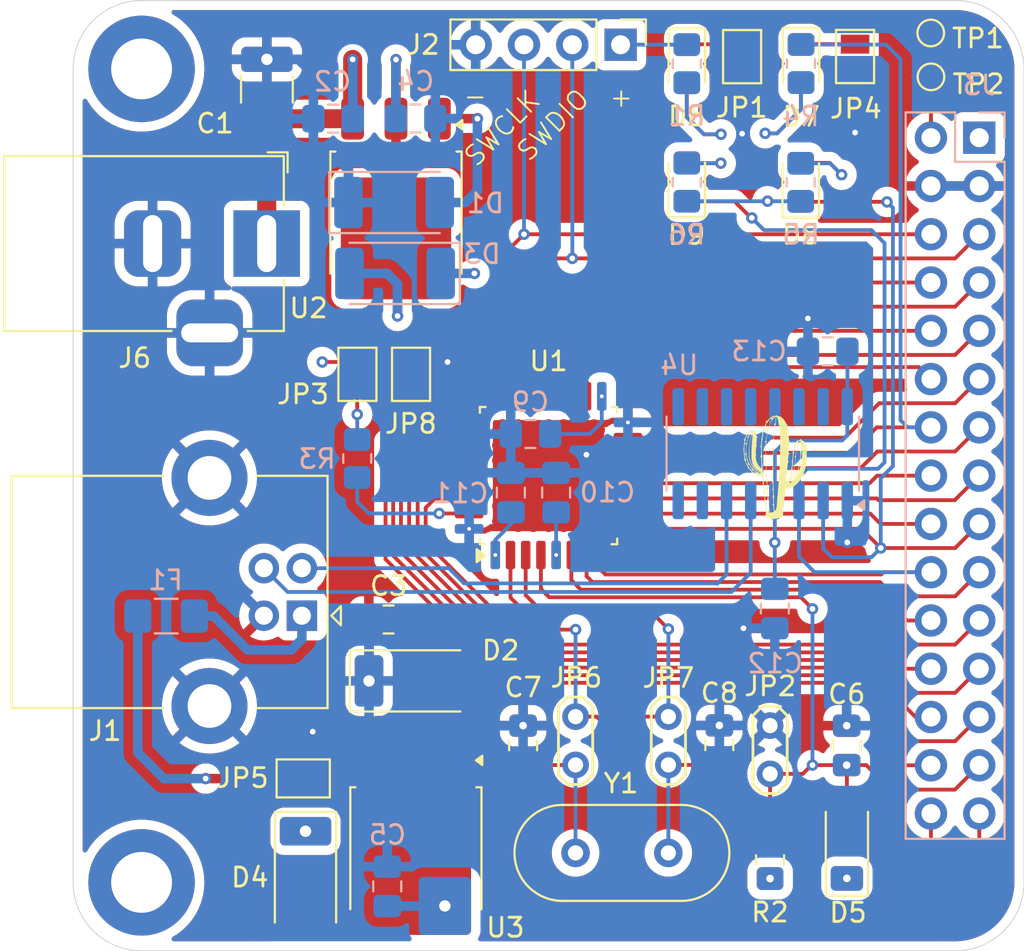
<source format=kicad_pcb>
(kicad_pcb (version 20240108) (generator "pcbnew") (generator_version "8.0")
  (layers (0 "F.Cu" signal) (1 "In1.Cu" power "GND.Cu") (2 "In2.Cu" power "POWER.Cu") (31 "B.Cu" signal) (34 "B.Paste" user) (35 "F.Paste" user) (36 "B.SilkS" user "B.Silkscreen") (37 "F.SilkS" user "F.Silkscreen") (38 "B.Mask" user) (39 "F.Mask" user) (44 "Edge.Cuts" user))
  (net 0 "")
  (net 1 "VDC")
  (net 2 "GND")
  (net 3 "Net-(JP5-B)")
  (net 4 "Net-(D3-A)")
  (net 5 "Net-(D4-A)")
  (net 6 "Net-(JP6-A)")
  (net 7 "Net-(JP7-B)")
  (net 8 "+3V3")
  (net 9 "Net-(D1-A)")
  (net 10 "Net-(D2-A)")
  (net 11 "Net-(D6-K)")
  (net 12 "Net-(D6-A)")
  (net 13 "Net-(D7-K)")
  (net 14 "Net-(D7-A)")
  (net 15 "Net-(D8-A)")
  (net 16 "/PA3")
  (net 17 "Net-(D9-A)")
  (net 18 "/PA2")
  (net 19 "Net-(J1-VBUS)")
  (net 20 "Net-(J1-D+)")
  (net 21 "Net-(J1-D-)")
  (net 22 "/PA14")
  (net 23 "/PA13")
  (net 24 "/PA15")
  (net 25 "/PA9")
  (net 26 "/PA0")
  (net 27 "/PA5")
  (net 28 "/PA8")
  (net 29 "/PA10")
  (net 30 "/PA7")
  (net 31 "/PA11")
  (net 32 "/PA4")
  (net 33 "/PA12")
  (net 34 "/PA6")
  (net 35 "/PA1")
  (net 36 "/PB1")
  (net 37 "/PB6")
  (net 38 "/PB4")
  (net 39 "/PB3")
  (net 40 "/PB7")
  (net 41 "/PB0")
  (net 42 "/PB5")
  (net 43 "BOOT0")
  (net 53 "/RESET")
  (net 54 "/OSC_OUT")
  (net 55 "/OSC_IN")
  (net 56 "Net-(JP3-B)")
  (net 57 "Net-(JP5-A)")
  (footprint "TestPoint:TestPoint_2Pads_Pitch2.54mm_Drill0.8mm" (layer "F.Cu") (at 171.19 114.6025 -90)
    (property "Reference" "JP2")
    (property "Value" "Jumper_2_Open" (hide yes))
  )
  (footprint "Diode_SMD:D_MELF" (layer "F.Cu") (at 146.76 122.56 -90)
    (property "Reference" "D4")
    (property "Value" "SM4001" (hide yes))
  )
  (footprint "Package_QFP:LQFP-32_7x7mm_P0.8mm" (layer "F.Cu") (at 159.54 101.45 90)
    (property "Reference" "U1")
    (property "Value" "STM32F030K6Tx" (hide yes))
  )
  (footprint "Diode_SMD:D_MELF" (layer "F.Cu") (at 152.5 112.25)
    (property "Reference" "D2")
    (property "Value" "SM4001" (hide yes))
  )
  (footprint "TestPoint:TestPoint_Pad_D1.0mm" (layer "F.Cu") (at 179.65 80.47)
    (property "Reference" "TP2")
    (property "Value" "~" (hide yes))
  )
  (footprint "MountingHole:MountingHole_3.2mm_M3_DIN965_Pad" (layer "F.Cu") (at 138.14 80.05)
    (property "Reference" "REF**" (hide yes))
    (property "Value" "MountingHole_3.2mm_M3_DIN965_Pad" (hide yes))
  )
  (footprint "Package_TO_SOT_SMD:TO-252-3_TabPin2" (layer "F.Cu") (at 151.5175 87.71 -90)
    (property "Reference" "U2")
    (property "Value" "LM1117DT-3.3" (hide yes))
  )
  (footprint "LED_SMD:LED_0805_2012Metric_Pad1.15x1.40mm_HandSolder" (layer "F.Cu") (at 166.81 79.7775 -90)
    (property "Reference" "D6")
    (property "Value" "LED" (hide yes))
  )
  (footprint "Crystal:Crystal_HC49-U_Vertical" (layer "F.Cu") (at 165.84 121.3 180)
    (property "Reference" "Y1")
    (property "Value" "8MHz" (hide yes))
  )
  (footprint "Jumper:SolderJumper-2_P1.3mm_Open_Pad1.0x1.5mm" (layer "F.Cu") (at 146.64 117.38)
    (property "Reference" "JP5")
    (property "Value" "SolderJumper_2_Open" (hide yes))
  )
  (footprint "LED_SMD:LED_0805_2012Metric_Pad1.15x1.40mm_HandSolder" (layer "F.Cu") (at 172.8 86.0175 90)
    (property "Reference" "D8")
    (property "Value" "LED" (hide yes))
  )
  (footprint "Symbol:icone 7x7" (layer "F.Cu") (at 171.41 101.09)
    (property "Reference" "G***" (hide yes))
    (property "Value" "LOGO" (hide yes))
  )
  (footprint "Resistor_SMD:R_0805_2012Metric_Pad1.20x1.40mm_HandSolder" (layer "F.Cu") (at 171.19 121.65 90)
    (property "Reference" "R2")
    (property "Value" "10K" (hide yes))
  )
  (footprint "Diode_SMD:D_MiniMELF" (layer "F.Cu") (at 175.23 120.89 90)
    (property "Reference" "D5")
    (property "Value" "LL4148" (hide yes))
  )
  (footprint "Capacitor_SMD:C_0805_2012Metric_Pad1.18x1.45mm_HandSolder" (layer "F.Cu") (at 151.13 109.02 180)
    (property "Reference" "C3")
    (property "Value" "100nF" (hide yes))
  )
  (footprint "TestPoint:TestPoint_2Pads_Pitch2.54mm_Drill0.8mm" (layer "F.Cu") (at 165.8425 114.13 -90)
    (property "Reference" "JP7")
    (property "Value" "Jumper_2_Open" (hide yes))
  )
  (footprint "Capacitor_SMD:C_0805_2012Metric_Pad1.18x1.45mm_HandSolder" (layer "F.Cu") (at 168.5225 115.63 90)
    (property "Reference" "C8")
    (property "Value" "22pF" (hide yes))
  )
  (footprint "Jumper:SolderJumper-2_P1.3mm_Open_Pad1.0x1.5mm" (layer "F.Cu") (at 152.31 96.12 90)
    (property "Reference" "JP8")
    (property "Value" "SolderJumper_2_Open" (hide yes))
  )
  (footprint "Connector_PinHeader_2.54mm:PinHeader_1x04_P2.54mm_Vertical" (layer "F.Cu") (at 163.33 78.78 -90)
    (property "Reference" "J2")
    (property "Value" "Conn_01x04_Pin" (hide yes))
  )
  (footprint "Package_TO_SOT_SMD:TO-252-3_TabPin2" (layer "F.Cu") (at 152.565 121.155 -90)
    (property "Reference" "U3")
    (property "Value" "LM1117DT-3.3" (hide yes))
  )
  (footprint "LED_SMD:LED_0805_2012Metric_Pad1.15x1.40mm_HandSolder" (layer "F.Cu") (at 172.82 79.77 -90)
    (property "Reference" "D7")
    (property "Value" "LED" (hide yes))
  )
  (footprint "MountingHole:MountingHole_3.2mm_M3_DIN965_Pad" (layer "F.Cu") (at 138.140001 122.849999)
    (property "Reference" "REF**" (hide yes))
    (property "Value" "MountingHole_3.2mm_M3_DIN965_Pad" (hide yes))
  )
  (footprint "Jumper:SolderJumper-2_P1.3mm_Open_Pad1.0x1.5mm" (layer "F.Cu") (at 149.49 96.12 -90)
    (property "Reference" "JP3")
    (property "Value" "SolderJumper_2_Open" (hide yes))
  )
  (footprint "Jumper:SolderJumper-2_P1.3mm_Open_Pad1.0x1.5mm" (layer "F.Cu") (at 169.72 79.405 -90)
    (property "Reference" "JP1")
    (property "Value" "SolderJumper_2_Open" (hide yes))
  )
  (footprint "Connector_USB:USB_B_Lumberg_2411_02_Horizontal" (layer "F.Cu") (at 146.57 108.82 180)
    (property "Reference" "J1")
    (property "Value" "USB_B" (hide yes))
  )
  (footprint "TestPoint:TestPoint_2Pads_Pitch2.54mm_Drill0.8mm" (layer "F.Cu") (at 160.9625 116.67 90)
    (property "Reference" "JP6")
    (property "Value" "Jumper_2_Open" (hide yes))
  )
  (footprint "Jumper:SolderJumper-2_P1.3mm_Open_Pad1.0x1.5mm" (layer "F.Cu") (at 175.66 79.3975 -90)
    (property "Reference" "JP4")
    (property "Value" "SolderJumper_2_Open" (hide yes))
  )
  (footprint "Capacitor_SMD:C_0805_2012Metric_Pad1.18x1.45mm_HandSolder" (layer "F.Cu") (at 158.2025 115.64 90)
    (property "Reference" "C7")
    (property "Value" "22pF" (hide yes))
  )
  (footprint "TestPoint:TestPoint_Pad_D1.0mm" (layer "F.Cu") (at 179.64 78.16)
    (property "Reference" "TP1")
    (property "Value" "~" (hide yes))
  )
  (footprint "Capacitor_SMD:C_0805_2012Metric_Pad1.18x1.45mm_HandSolder" (layer "F.Cu") (at 175.22 115.6425 90)
    (property "Reference" "C6")
    (property "Value" "1uF" (hide yes))
  )
  (footprint "Connector_BarrelJack:BarrelJack_Horizontal" (layer "F.Cu") (at 144.72 89.24)
    (property "Reference" "J6")
    (property "Value" "Barrel_Jack_Switch" (hide yes))
  )
  (footprint "LED_SMD:LED_0805_2012Metric_Pad1.15x1.40mm_HandSolder" (layer "F.Cu") (at 166.81 85.99 90)
    (property "Reference" "D9")
    (property "Value" "LED" (hide yes))
  )
  (footprint "Capacitor_SMD:C_1210_3225Metric_Pad1.33x2.70mm_HandSolder" (layer "F.Cu") (at 144.73 81.11 90)
    (property "Reference" "C1")
    (property "Value" "10uF" (hide yes))
  )
  (footprint "Resistor_SMD:R_0805_2012Metric_Pad1.20x1.40mm_HandSolder" (layer "B.Cu") (at 166.81 86.0125 90)
    (property "Reference" "R6")
    (property "Value" "1K" (hide yes))
  )
  (footprint "Resistor_SMD:R_0805_2012Metric_Pad1.20x1.40mm_HandSolder" (layer "B.Cu") (at 172.82 79.7675 -90)
    (property "Reference" "R4")
    (property "Value" "1K" (hide yes))
  )
  (footprint "Capacitor_SMD:C_0805_2012Metric_Pad1.18x1.45mm_HandSolder" (layer "B.Cu") (at 171.44 108.44 -90)
    (property "Reference" "C12")
    (property "Value" "100nF" (hide yes))
  )
  (footprint "Capacitor_SMD:C_0805_2012Metric_Pad1.18x1.45mm_HandSolder" (layer "B.Cu") (at 152.55 82.66)
    (property "Reference" "C4")
    (property "Value" "100nF" (hide yes))
  )
  (footprint "Diode_SMD:D_MELF" (layer "B.Cu") (at 151.42 87.08)
    (property "Reference" "D1")
    (property "Value" "SM4001" (hide yes))
  )
  (footprint "Capacitor_SMD:C_0805_2012Metric_Pad1.18x1.45mm_HandSolder" (layer "B.Cu") (at 157.56 102.34 90)
    (property "Reference" "C11")
    (property "Value" "100nF" (hide yes))
  )
  (footprint "Capacitor_SMD:C_0805_2012Metric_Pad1.18x1.45mm_HandSolder" (layer "B.Cu") (at 151.06 123.06 90)
    (property "Reference" "C5")
    (property "Value" "100nF" (hide yes))
  )
  (footprint "Diode_SMD:D_MELF" (layer "B.Cu") (at 151.47 90.81 180)
    (property "Reference" "D3")
    (property "Value" "SM4001" (hide yes))
  )
  (footprint "Capacitor_SMD:C_0805_2012Metric_Pad1.18x1.45mm_HandSolder" (layer "B.Cu") (at 174.22 94.91 180)
    (property "Reference" "C13")
    (property "Value" "100nF" (hide yes))
  )
  (footprint "Capacitor_SMD:C_0805_2012Metric_Pad1.18x1.45mm_HandSolder" (layer "B.Cu") (at 148.21 82.67 180)
    (property "Reference" "C2")
    (property "Value" "100nF" (hide yes))
  )
  (footprint "Resistor_SMD:R_0805_2012Metric_Pad1.20x1.40mm_HandSolder" (layer "B.Cu") (at 149.48 100.55 -90)
    (property "Reference" "R3")
    (property "Value" "10K" (hide yes))
  )
  (footprint "Capacitor_SMD:C_0805_2012Metric_Pad1.18x1.45mm_HandSolder" (layer "B.Cu") (at 159.94 102.34 90)
    (property "Reference" "C10")
    (property "Value" "100nF" (hide yes))
  )
  (footprint "Fuse:Fuse_1206_3216Metric_Pad1.42x1.75mm_HandSolder" (layer "B.Cu") (at 139.43 108.84 180)
    (property "Reference" "F1")
    (property "Value" "004.026.0000039" (hide yes))
  )
  (footprint "Resistor_SMD:R_0805_2012Metric_Pad1.20x1.40mm_HandSolder" (layer "B.Cu") (at 166.81 79.775 -90)
    (property "Reference" "R1")
    (property "Value" "1K" (hide yes))
  )
  (footprint "Connector_PinHeader_2.54mm:PinHeader_2x15_P2.54mm_Vertical" (layer "B.Cu") (at 182.19 83.67 180)
    (property "Reference" "J3")
    (property "Value" "Conn_02x15_Odd_Even" (hide yes))
  )
  (footprint "Package_SO:SOIC-16_3.9x9.9mm_P1.27mm" (layer "B.Cu") (at 170.805 100.295 90)
    (property "Reference" "U4")
    (property "Value" "CH340C" (hide yes))
  )
  (footprint "Capacitor_SMD:C_0805_2012Metric_Pad1.18x1.45mm_HandSolder" (layer "B.Cu") (at 158.59 99.26 180)
    (property "Reference" "C9")
    (property "Value" "100nF" (hide yes))
  )
  (footprint "Resistor_SMD:R_0805_2012Metric_Pad1.20x1.40mm_HandSolder" (layer "B.Cu") (at 172.8 86.0175 90)
    (property "Reference" "R5")
    (property "Value" "1K" (hide yes))
  )
  (gr_line (start 184.54 122.85) (end 184.54 80.05) (stroke (width 0.05)) (layer "Edge.Cuts"))
  (gr_arc (start 138.14 126.45) (mid 135.594416 125.395584) (end 134.54 122.85) (stroke (width 0.05)) (layer "Edge.Cuts"))
  (gr_arc (start 184.54 122.85) (mid 183.485584 125.395584) (end 180.94 126.45) (stroke (width 0.05)) (layer "Edge.Cuts"))
  (gr_line (start 134.54 80.05) (end 134.54 122.85) (stroke (width 0.05)) (layer "Edge.Cuts"))
  (gr_line (start 138.14 76.45) (end 180.94 76.45) (stroke (width 0.05)) (layer "Edge.Cuts"))
  (gr_arc (start 134.54 80.05) (mid 135.594416 77.504416) (end 138.14 76.45) (stroke (width 0.05)) (layer "Edge.Cuts"))
  (gr_arc (start 180.94 76.45) (mid 183.485584 77.504416) (end 184.54 80.05) (stroke (width 0.05)) (layer "Edge.Cuts"))
  (gr_line (start 138.14 126.45) (end 180.94 126.45) (stroke (width 0.05)) (layer "Edge.Cuts"))
  (gr_text "+" (at 162.68 82.12 0) (layer "F.SilkS") (effects (font (size 1 1) (thickness 0.1)) (justify left bottom)))
  (gr_text "SWDIO" (at 158.51 85.09 45) (layer "F.SilkS") (effects (font (size 1 1) (thickness 0.1)) (justify left bottom)))
  (gr_text "-" (at 155 82.06 0) (layer "F.SilkS") (effects (font (size 1 1) (thickness 0.1)) (justify left bottom)))
  (gr_text "SWCLK" (at 155.74 85.37 45) (layer "F.SilkS") (effects (font (size 1 1) (thickness 0.1)) (justify left bottom)))
  (segment (start 149.2375 82.67) (end 149.23 82.6625) (width 0.5) (layer "F.Cu") (net 1))
  (segment (start 149.24 82.6675) (end 149.2375 82.67) (width 0.5) (layer "F.Cu") (net 1))
  (segment (start 144.72 89.24) (end 144.72 82.6825) (width 1) (layer "F.Cu") (net 1))
  (segment (start 149.24 79.55) (end 149.24 82.6675) (width 1) (layer "F.Cu") (net 1))
  (segment (start 149.235 82.6725) (end 149.2375 82.67) (width 0.5) (layer "F.Cu") (net 1))
  (segment (start 144.73 82.6725) (end 149.235 82.6725) (width 1) (layer "F.Cu") (net 1))
  (segment (start 144.72 82.6825) (end 144.73 82.6725) (width 0.5) (layer "F.Cu") (net 1))
  (via (at 149.24 79.55) (size 0.6) (drill 0.3) (layers "F.Cu" "B.Cu") (net 1))
  (segment (start 149.2475 82.67) (end 149.2475 79.5575) (width 0.5) (layer "B.Cu") (net 1))
  (segment (start 149.2475 79.5575) (end 149.24 79.55) (width 0.5) (layer "B.Cu") (net 1))
  (segment (start 182.59 78.16) (end 183.84 79.41) (width 0.2) (layer "F.Cu") (net 2))
  (segment (start 169.72 80.055) (end 169.72 83.46) (width 0.2) (layer "F.Cu") (net 2))
  (segment (start 150.1 109.0275) (end 150.0925 109.02) (width 0.5) (layer "F.Cu") (net 2))
  (segment (start 175.66 80.0475) (end 175.66 83.4) (width 0.2) (layer "F.Cu") (net 2))
  (segment (start 152.31 95.47) (end 154.23 95.47) (width 0.2) (layer "F.Cu") (net 2))
  (segment (start 183.84 85.81) (end 183.44 86.21) (width 0.2) (layer "F.Cu") (net 2))
  (segment (start 183.44 86.21) (end 182.19 86.21) (width 0.2) (layer "F.Cu") (net 2))
  (segment (start 179.64 78.16) (end 182.59 78.16) (width 0.2) (layer "F.Cu") (net 2))
  (segment (start 150.1 112.25) (end 150.1 109.0275) (width 0.5) (layer "F.Cu") (net 2))
  (segment (start 183.84 79.41) (end 183.84 85.81) (width 0.2) (layer "F.Cu") (net 2))
  (segment (start 150.0825 112.5775) (end 150.07 112.59) (width 0.5) (layer "F.Cu") (net 2))
  (via (at 169.79 109.48) (size 0.6) (drill 0.3) (layers "F.Cu" "B.Cu") (net 2))
  (via (at 147.14 114.92) (size 0.6) (drill 0.3) (layers "F.Cu" "B.Cu") (net 2))
  (via (at 175.25 104.96) (size 0.6) (drill 0.3) (layers "F.Cu" "B.Cu") (net 2))
  (via (at 175.66 83.4) (size 0.6) (drill 0.3) (layers "F.Cu" "B.Cu") (net 2))
  (via (at 173.18 93.18) (size 0.6) (drill 0.3) (layers "F.Cu" "B.Cu") (net 2))
  (via (at 154.23 95.47) (size 0.6) (drill 0.3) (layers "F.Cu" "B.Cu") (net 2))
  (via (at 161.53 100.35) (size 0.6) (drill 0.3) (layers "F.Cu" "B.Cu") (net 2))
  (via (at 169.72 83.46) (size 0.6) (drill 0.3) (layers "F.Cu" "B.Cu") (net 2))
  (segment (start 149.02 85.38) (end 148.46 84.82) (width 0.5) (layer "B.Cu") (net 2))
  (segment (start 147.1725 80.3675) (end 147.19 80.35) (width 0.5) (layer "B.Cu") (net 2))
  (segment (start 146.3875 79.5475) (end 144.73 79.5475) (width 0.5) (layer "B.Cu") (net 2))
  (segment (start 147.1725 82.67) (end 147.1725 80.3675) (width 0.5) (layer "B.Cu") (net 2))
  (segment (start 151.06 118.84) (end 147.14 114.92) (width 0.5) (layer "B.Cu") (net 2))
  (segment (start 147.22 84.47) (end 147.2 84.47) (width 0.5) (layer "B.Cu") (net 2))
  (segment (start 161.1375 101.3025) (end 161.35 101.09) (width 0.2) (layer "B.Cu") (net 2))
  (segment (start 147.19 80.35) (end 146.3875 79.5475) (width 0.5) (layer "B.Cu") (net 2))
  (segment (start 157.5525 101.295) (end 157.56 101.3025) (width 0.2) (layer "B.Cu") (net 2))
  (segment (start 153.5875 79.4325) (end 154.24 78.78) (width 0.5) (layer "B.Cu") (net 2))
  (segment (start 161.53 100.91) (end 161.53 100.35) (width 0.2) (layer "B.Cu") (net 2))
  (segment (start 159.94 101.3025) (end 161.1375 101.3025) (width 0.2) (layer "B.Cu") (net 2))
  (segment (start 147.1725 84.4425) (end 147.1725 82.67) (width 0.5) (layer "B.Cu") (net 2))
  (segment (start 148.46 84.82) (end 147.57 84.82) (width 0.5) (layer "B.Cu") (net 2))
  (segment (start 157.56 101.3025) (end 159.94 101.3025) (width 0.2) (layer "B.Cu") (net 2))
  (segment (start 173.1825 93.1825) (end 173.18 93.18) (width 0.2) (layer "B.Cu") (net 2))
  (segment (start 175.25 102.77) (end 175.25 104.96) (width 0.2) (layer "B.Cu") (net 2))
  (segment (start 175.25 114.575) (end 175.22 114.605) (width 0.2) (layer "B.Cu") (net 2))
  (segment (start 147.2 84.47) (end 147.1725 84.4425) (width 0.5) (layer "B.Cu") (net 2))
  (segment (start 161.35 101.09) (end 161.53 100.91) (width 0.2) (layer "B.Cu") (net 2))
  (segment (start 154.24 78.78) (end 155.71 78.78) (width 0.5) (layer "B.Cu") (net 2))
  (segment (start 169.7925 109.4775) (end 169.79 109.48) (width 0.2) (layer "B.Cu") (net 2))
  (segment (start 171.44 109.4775) (end 169.7925 109.4775) (width 0.2) (layer "B.Cu") (net 2))
  (segment (start 157.5525 99.26) (end 157.5525 101.295) (width 0.2) (layer "B.Cu") (net 2))
  (segment (start 147.57 84.82) (end 147.22 84.47) (width 0.5) (layer "B.Cu") (net 2))
  (segment (start 173.1825 94.91) (end 173.1825 93.1825) (width 0.2) (layer "B.Cu") (net 2))
  (segment (start 149.02 87.08) (end 149.02 85.38) (width 0.5) (layer "B.Cu") (net 2))
  (segment (start 153.5875 82.66) (end 153.5875 79.4325) (width 0.5) (layer "B.Cu") (net 2))
  (segment (start 151.06 122.0225) (end 151.06 118.84) (width 0.5) (layer "B.Cu") (net 2))
  (segment (start 150.29 116.11) (end 150.29 114.59) (width 0.5) (layer "F.Cu") (net 3))
  (segment (start 150.285 116.115) (end 150.29 116.11) (width 0.5) (layer "F.Cu") (net 3))
  (segment (start 149.505 116.115) (end 150.285 116.115) (width 0.5) (layer "F.Cu") (net 3))
  (segment (start 147.29 117.38) (end 148.24 117.38) (width 0.5) (layer "F.Cu") (net 3))
  (segment (start 152.1575 113.9325) (end 152.1575 109.29) (width 0.5) (layer "F.Cu") (net 3))
  (segment (start 148.24 117.38) (end 149.505 116.115) (width 0.5) (layer "F.Cu") (net 3))
  (segment (start 150.29 114.59) (end 150.54 114.34) (width 0.5) (layer "F.Cu") (net 3))
  (segment (start 150.54 114.34) (end 151.75 114.34) (width 0.5) (layer "F.Cu") (net 3))
  (segment (start 151.75 114.34) (end 152.1575 113.9325) (width 0.5) (layer "F.Cu") (net 3))
  (segment (start 151.6 93.05) (end 151.6 89.0525) (width 0.5) (layer "F.Cu") (net 4))
  (segment (start 151.5175 82.67) (end 151.5175 88.97) (width 0.5) (layer "F.Cu") (net 4))
  (segment (start 151.52 82.6675) (end 151.5175 82.67) (width 0.5) (layer "F.Cu") (net 4))
  (segment (start 151.6 89.0525) (end 151.5175 88.97) (width 0.5) (layer "F.Cu") (net 4))
  (segment (start 151.53 82.6575) (end 151.5175 82.67) (width 0.5) (layer "F.Cu") (net 4))
  (segment (start 151.52 79.56) (end 151.52 82.6675) (width 0.5) (layer "F.Cu") (net 4))
  (segment (start 151.5175 82.67) (end 151.51 82.6625) (width 0.5) (layer "F.Cu") (net 4))
  (via (at 151.6 93.05) (size 0.6) (drill 0.3) (layers "F.Cu" "B.Cu") (net 4))
  (via (at 151.52 79.56) (size 0.6) (drill 0.3) (layers "F.Cu" "B.Cu") (net 4))
  (segment (start 149.07 90.81) (end 151.05 90.81) (width 0.5) (layer "B.Cu") (net 4))
  (segment (start 151.5125 79.5675) (end 151.52 79.56) (width 0.5) (layer "B.Cu") (net 4))
  (segment (start 151.6 91.36) (end 151.6 93.05) (width 0.5) (layer "B.Cu") (net 4))
  (segment (start 151.05 90.81) (end 151.51 91.27) (width 0.5) (layer "B.Cu") (net 4))
  (segment (start 151.5125 82.66) (end 151.5125 79.5675) (width 0.5) (layer "B.Cu") (net 4))
  (segment (start 151.51 91.27) (end 151.6 91.36) (width 0.5) (layer "B.Cu") (net 4))
  (segment (start 152.565 116.115) (end 152.565 122.415) (width 0.5) (layer "F.Cu") (net 5))
  (segment (start 146.76 124.96) (end 150.17 124.96) (width 0.5) (layer "F.Cu") (net 5))
  (segment (start 150.17 124.96) (end 151.04 124.09) (width 0.5) (layer "F.Cu") (net 5))
  (segment (start 151.06 124.0975) (end 154.0825 124.0975) (width 0.5) (layer "B.Cu") (net 5))
  (segment (start 154.0825 124.0975) (end 154.09 124.09) (width 0.5) (layer "B.Cu") (net 5))
  (segment (start 160.955 116.6775) (end 160.9625 116.67) (width 0.2) (layer "F.Cu") (net 6))
  (segment (start 160.9625 116.67) (end 160.96 116.6725) (width 0.2) (layer "F.Cu") (net 6))
  (segment (start 158.2025 116.6775) (end 160.955 116.6775) (width 0.2) (layer "F.Cu") (net 6))
  (segment (start 160.9625 116.67) (end 160.9625 121.2975) (width 0.2) (layer "B.Cu") (net 6))
  (segment (start 160.9625 121.2975) (end 160.96 121.3) (width 0.2) (layer "B.Cu") (net 6))
  (segment (start 168.52 116.67) (end 168.5225 116.6675) (width 0.2) (layer "F.Cu") (net 7))
  (segment (start 165.8425 116.67) (end 168.52 116.67) (width 0.2) (layer "F.Cu") (net 7))
  (segment (start 165.8425 121.2975) (end 165.84 121.3) (width 0.2) (layer "F.Cu") (net 7))
  (segment (start 165.84 116.6725) (end 165.84 121.3) (width 0.2) (layer "B.Cu") (net 7))
  (segment (start 165.8425 116.67) (end 165.84 116.6725) (width 0.2) (layer "B.Cu") (net 7))
  (segment (start 149.49 95.47) (end 147.64 95.47) (width 0.2) (layer "F.Cu") (net 8))
  (segment (start 179.65 83.67) (end 179.65 80.47) (width 0.2) (layer "F.Cu") (net 8))
  (via (at 171.44 104.97) (size 0.6) (drill 0.3) (layers "F.Cu" "B.Cu") (net 8))
  (via (at 155.64 90.81) (size 0.6) (drill 0.3) (layers "F.Cu" "B.Cu") (net 8))
  (via (at 147.64 95.47) (size 0.6) (drill 0.3) (layers "F.Cu" "B.Cu") (net 8))
  (via (at 171.06 87.01) (size 0.6) (drill 0.3) (layers "F.Cu" "B.Cu") (net 8))
  (segment (start 153.87 90.81) (end 155.64 90.81) (width 0.5) (layer "B.Cu") (net 8))
  (segment (start 171.06 87.01) (end 171.0625 87.0125) (width 0.2) (layer "B.Cu") (net 8))
  (segment (start 171.0575 87.0125) (end 171.06 87.01) (width 0.2) (layer "B.Cu") (net 8))
  (segment (start 175.2575 94.91) (end 175.2575 97.8125) (width 0.2) (layer "B.Cu") (net 8))
  (segment (start 171.44 102.77) (end 171.44 104.97) (width 0.2) (layer "B.Cu") (net 8))
  (segment (start 162.34 98.63) (end 162.34 97.275) (width 0.2) (layer "B.Cu") (net 8))
  (segment (start 172.05 99.6) (end 174.98 99.6) (width 0.2) (layer "B.Cu") (net 8))
  (segment (start 166.81 78.775) (end 163.335 78.775) (width 0.2) (layer "B.Cu") (net 8))
  (segment (start 161.71 99.26) (end 162.34 98.63) (width 0.2) (layer "B.Cu") (net 8))
  (segment (start 159.94 103.3775) (end 159.94 105.625) (width 0.2) (layer "B.Cu") (net 8))
  (segment (start 157.56 103.3775) (end 157.56 104.01) (width 0.2) (layer "B.Cu") (net 8))
  (segment (start 171.44 107.4025) (end 171.44 104.97) (width 0.2) (layer "B.Cu") (net 8))
  (segment (start 175.25 99.33) (end 175.25 97.82) (width 0.2) (layer "B.Cu") (net 8))
  (segment (start 171.44 100.21) (end 172.05 99.6) (width 0.2) (layer "B.Cu") (net 8))
  (segment (start 174.98 99.6) (end 175.25 99.33) (width 0.2) (layer "B.Cu") (net 8))
  (segment (start 157.56 104.01) (end 156.74 104.83) (width 0.2) (layer "B.Cu") (net 8))
  (segment (start 163.335 78.775) (end 163.33 78.78) (width 0.2) (layer "B.Cu") (net 8))
  (segment (start 166.81 87.0125) (end 171.0575 87.0125) (width 0.2) (layer "B.Cu") (net 8))
  (segment (start 156.74 104.83) (end 156.74 105.625) (width 0.2) (layer "B.Cu") (net 8))
  (segment (start 171.44 102.77) (end 171.44 100.21) (width 0.2) (layer "B.Cu") (net 8))
  (segment (start 172.795 87.0125) (end 172.8 87.0175) (width 0.2) (layer "B.Cu") (net 8))
  (segment (start 175.2575 97.8125) (end 175.25 97.82) (width 0.2) (layer "B.Cu") (net 8))
  (segment (start 171.0625 87.0125) (end 172.795 87.0125) (width 0.2) (layer "B.Cu") (net 8))
  (segment (start 159.6275 99.26) (end 161.71 99.26) (width 0.2) (layer "B.Cu") (net 8))
  (segment (start 155.8 82.67) (end 153.7975 82.67) (width 0.5) (layer "F.Cu") (net 9))
  (via (at 155.8 82.67) (size 0.6) (drill 0.3) (layers "F.Cu" "B.Cu") (net 9))
  (segment (start 155.18 87.08) (end 155.8 86.46) (width 0.5) (layer "B.Cu") (net 9))
  (segment (start 155.8 86.46) (end 155.8 82.67) (width 0.5) (layer "B.Cu") (net 9))
  (segment (start 153.82 87.08) (end 155.18 87.08) (width 0.5) (layer "B.Cu") (net 9))
  (segment (start 154.845 112.615) (end 154.87 112.59) (width 0.5) (layer "F.Cu") (net 10))
  (segment (start 154.845 116.115) (end 154.845 112.465) (width 0.5) (layer "F.Cu") (net 10))
  (segment (start 154.845 112.465) (end 154.88 112.43) (width 0.5) (layer "F.Cu") (net 10))
  (segment (start 166.81 78.7525) (end 169.7175 78.7525) (width 0.2) (layer "F.Cu") (net 11))
  (segment (start 169.7175 78.7525) (end 169.72 78.755) (width 0.2) (layer "F.Cu") (net 11))
  (segment (start 167.71 83.49) (end 166.81 82.59) (width 0.2) (layer "F.Cu") (net 12))
  (segment (start 166.81 82.59) (end 166.81 80.8025) (width 0.2) (layer "F.Cu") (net 12))
  (segment (start 168.61 83.49) (end 167.71 83.49) (width 0.2) (layer "F.Cu") (net 12))
  (via (at 168.61 83.49) (size 0.6) (drill 0.3) (layers "F.Cu" "B.Cu") (net 12))
  (segment (start 166.81 80.775) (end 166.81 82.59) (width 0.2) (layer "B.Cu") (net 12))
  (segment (start 167.27 83.05) (end 167.71 83.49) (width 0.2) (layer "B.Cu") (net 12))
  (segment (start 166.81 82.59) (end 167.27 83.05) (width 0.2) (layer "B.Cu") (net 12))
  (segment (start 167.71 83.49) (end 168.61 83.49) (width 0.2) (layer "B.Cu") (net 12))
  (segment (start 175.6575 78.745) (end 175.66 78.7475) (width 0.2) (layer "F.Cu") (net 13))
  (segment (start 172.82 78.745) (end 175.6575 78.745) (width 0.2) (layer "F.Cu") (net 13))
  (segment (start 172.81 80.805) (end 172.82 80.795) (width 0.2) (layer "F.Cu") (net 14))
  (segment (start 172.81 82.19) (end 172.81 80.805) (width 0.2) (layer "F.Cu") (net 14))
  (segment (start 171.56 83.44) (end 172.81 82.19) (width 0.2) (layer "F.Cu") (net 14))
  (segment (start 170.93 83.44) (end 171.56 83.44) (width 0.2) (layer "F.Cu") (net 14))
  (via (at 170.93 83.44) (size 0.6) (drill 0.3) (layers "F.Cu" "B.Cu") (net 14))
  (segment (start 171.56 83.44) (end 170.93 83.44) (width 0.2) (layer "B.Cu") (net 14))
  (segment (start 172.82 80.7675) (end 172.82 82.18) (width 0.2) (layer "B.Cu") (net 14))
  (segment (start 172.8 82.2) (end 171.56 83.44) (width 0.2) (layer "B.Cu") (net 14))
  (segment (start 172.82 82.18) (end 172.8 82.2) (width 0.2) (layer "B.Cu") (net 14))
  (segment (start 174.95 85.62) (end 174.3225 84.9925) (width 0.2) (layer "F.Cu") (net 15))
  (segment (start 174.3225 84.9925) (end 172.8 84.9925) (width 0.2) (layer "F.Cu") (net 15))
  (via (at 174.95 85.62) (size 0.6) (drill 0.3) (layers "F.Cu" "B.Cu") (net 15))
  (segment (start 172.8 85.0175) (end 174.3475 85.0175) (width 0.2) (layer "B.Cu") (net 15))
  (segment (start 174.3475 85.0175) (end 174.95 85.62) (width 0.2) (layer "B.Cu") (net 15))
  (segment (start 172.8 87.0425) (end 177.3325 87.0425) (width 0.2) (layer "F.Cu") (net 16))
  (segment (start 177.3325 87.0425) (end 177.34 87.05) (width 0.2) (layer "F.Cu") (net 16))
  (segment (start 163.715 104.25) (end 176 104.25) (width 0.2) (layer "F.Cu") (net 16))
  (segment (start 180.92 105.26) (end 182.19 103.99) (width 0.2) (layer "F.Cu") (net 16))
  (segment (start 177.01 105.26) (end 180.92 105.26) (width 0.2) (layer "F.Cu") (net 16))
  (segment (start 176 104.25) (end 177.01 105.26) (width 0.2) (layer "F.Cu") (net 16))
  (via (at 177.34 87.05) (size 0.6) (drill 0.3) (layers "F.Cu" "B.Cu") (net 16))
  (via (at 177.01 105.26) (size 0.6) (drill 0.3) (layers "F.Cu" "B.Cu") (net 16))
  (segment (start 176.53 105.74) (end 177.01 105.26) (width 0.2) (layer "B.Cu") (net 16))
  (segment (start 177.65 100.95) (end 177.65 97.26) (width 0.2) (layer "B.Cu") (net 16))
  (segment (start 173.98 105.28) (end 174.44 105.74) (width 0.2) (layer "B.Cu") (net 16))
  (segment (start 177.65 87.36) (end 177.34 87.05) (width 0.2) (layer "B.Cu") (net 16))
  (segment (start 174.44 105.74) (end 176.53 105.74) (width 0.2) (layer "B.Cu") (net 16))
  (segment (start 177.16 101.44) (end 177.65 100.95) (width 0.2) (layer "B.Cu") (net 16))
  (segment (start 173.98 102.77) (end 173.98 105.28) (width 0.2) (layer "B.Cu") (net 16))
  (segment (start 177.65 97.26) (end 177.65 87.36) (width 0.2) (layer "B.Cu") (net 16))
  (segment (start 177.01 101.59) (end 177.16 101.44) (width 0.2) (layer "B.Cu") (net 16))
  (segment (start 177.01 105.26) (end 177.01 101.59) (width 0.2) (layer "B.Cu") (net 16))
  (segment (start 166.855 85.01) (end 166.81 84.965) (width 0.2) (layer "F.Cu") (net 17))
  (segment (start 168.6 85.01) (end 166.855 85.01) (width 0.2) (layer "F.Cu") (net 17))
  (via (at 168.6 85.01) (size 0.6) (drill 0.3) (layers "F.Cu" "B.Cu") (net 17))
  (segment (start 168.5975 85.0125) (end 168.6 85.01) (width 0.2) (layer "B.Cu") (net 17))
  (segment (start 166.81 85.0125) (end 168.5975 85.0125) (width 0.2) (layer "B.Cu") (net 17))
  (segment (start 162.34 106.46) (end 162.53 106.65) (width 0.2) (layer "F.Cu") (net 18))
  (segment (start 177.03 106.65) (end 177.15 106.53) (width 0.2) (layer "F.Cu") (net 18))
  (segment (start 170.19 87.89) (end 169.315 87.015) (width 0.2) (layer "F.Cu") (net 18))
  (segment (start 162.53 106.65) (end 177.03 106.65) (width 0.2) (layer "F.Cu") (net 18))
  (segment (start 169.315 87.015) (end 166.81 87.015) (width 0.2) (layer "F.Cu") (net 18))
  (segment (start 170.23 87.89) (end 170.19 87.89) (width 0.2) (layer "F.Cu") (net 18))
  (segment (start 162.34 105.625) (end 162.34 106.46) (width 0.2) (layer "F.Cu") (net 18))
  (segment (start 177.15 106.53) (end 179.65 106.53) (width 0.2) (layer "F.Cu") (net 18))
  (via (at 170.23 87.89) (size 0.6) (drill 0.3) (layers "F.Cu" "B.Cu") (net 18))
  (segment (start 177.21 100.75) (end 177.21 89.22) (width 0.2) (layer "B.Cu") (net 18))
  (segment (start 173.14 101.09) (end 175.73 101.09) (width 0.2) (layer "B.Cu") (net 18))
  (segment (start 176.87 101.09) (end 177.21 100.75) (width 0.2) (layer "B.Cu") (net 18))
  (segment (start 171.15 88.53) (end 170.87 88.53) (width 0.2) (layer "B.Cu") (net 18))
  (segment (start 177.21 89.22) (end 177.05 89.06) (width 0.2) (layer "B.Cu") (net 18))
  (segment (start 173.53 106.53) (end 172.71 105.71) (width 0.2) (layer "B.Cu") (net 18))
  (segment (start 170.87 88.53) (end 170.23 87.89) (width 0.2) (layer "B.Cu") (net 18))
  (segment (start 175.73 101.09) (end 176.87 101.09) (width 0.2) (layer "B.Cu") (net 18))
  (segment (start 172.71 101.52) (end 172.98 101.25) (width 0.2) (layer "B.Cu") (net 18))
  (segment (start 172.71 102.77) (end 172.71 101.52) (width 0.2) (layer "B.Cu") (net 18))
  (segment (start 176.52 88.53) (end 171.15 88.53) (width 0.2) (layer "B.Cu") (net 18))
  (segment (start 179.65 106.53) (end 173.53 106.53) (width 0.2) (layer "B.Cu") (net 18))
  (segment (start 172.98 101.25) (end 173.14 101.09) (width 0.2) (layer "B.Cu") (net 18))
  (segment (start 177.05 89.06) (end 176.52 88.53) (width 0.2) (layer "B.Cu") (net 18))
  (segment (start 172.71 105.71) (end 172.71 102.77) (width 0.2) (layer "B.Cu") (net 18))
  (segment (start 140.9175 108.84) (end 141.93 108.84) (width 0.5) (layer "B.Cu") (net 19))
  (segment (start 146.01 110.62) (end 146.57 110.06) (width 0.5) (layer "B.Cu") (net 19))
  (segment (start 146.54 108.85) (end 146.57 108.82) (width 0.5) (layer "B.Cu") (net 19))
  (segment (start 146.57 110.06) (end 146.57 108.82) (width 0.5) (layer "B.Cu") (net 19))
  (segment (start 143.71 110.62) (end 146.01 110.62) (width 0.5) (layer "B.Cu") (net 19))
  (segment (start 141.93 108.84) (end 143.71 110.62) (width 0.5) (layer "B.Cu") (net 19))
  (segment (start 145.82 107.57) (end 169.16 107.57) (width 0.2) (layer "B.Cu") (net 20))
  (segment (start 169.16 107.57) (end 170.17 106.56) (width 0.2) (layer "B.Cu") (net 20))
  (segment (start 170.17 106.56) (end 170.17 102.77) (width 0.2) (layer "B.Cu") (net 20))
  (segment (start 144.57 106.32) (end 145.82 107.57) (width 0.2) (layer "B.Cu") (net 20))
  (segment (start 154.3 106.32) (end 155.1 107.12) (width 0.2) (layer "B.Cu") (net 21))
  (segment (start 155.1 107.12) (end 168.39 107.12) (width 0.2) (layer "B.Cu") (net 21))
  (segment (start 168.39 107.12) (end 168.41 107.14) (width 0.2) (layer "B.Cu") (net 21))
  (segment (start 168.9 106.65) (end 168.9 102.77) (width 0.2) (layer "B.Cu") (net 21))
  (segment (start 168.41 107.14) (end 168.9 106.65) (width 0.2) (layer "B.Cu") (net 21))
  (segment (start 146.57 106.32) (end 154.3 106.32) (width 0.2) (layer "B.Cu") (net 21))
  (segment (start 158.25 88.75) (end 179.65 88.75) (width 0.2) (layer "F.Cu") (net 22))
  (segment (start 156.74 97.275) (end 156.74 90.26) (width 0.2) (layer "F.Cu") (net 22))
  (segment (start 156.74 90.26) (end 158.25 88.75) (width 0.2) (layer "F.Cu") (net 22))
  (via (at 158.25 88.75) (size 0.6) (drill 0.3) (layers "F.Cu" "B.Cu") (net 22))
  (segment (start 158.25 78.78) (end 158.25 88.75) (width 0.2) (layer "B.Cu") (net 22))
  (segment (start 157.54 91.21) (end 157.54 97.275) (width 0.2) (layer "F.Cu") (net 23))
  (segment (start 160.79 90.02) (end 158.73 90.02) (width 0.2) (layer "F.Cu") (net 23))
  (segment (start 182.19 88.75) (end 180.92 90.02) (width 0.2) (layer "F.Cu") (net 23))
  (segment (start 158.73 90.02) (end 157.54 91.21) (width 0.2) (layer "F.Cu") (net 23))
  (segment (start 180.92 90.02) (end 160.79 90.02) (width 0.2) (layer "F.Cu") (net 23))
  (via (at 160.79 90.02) (size 0.6) (drill 0.3) (layers "F.Cu" "B.Cu") (net 23))
  (segment (start 160.79 78.78) (end 160.79 90.02) (width 0.2) (layer "B.Cu") (net 23))
  (segment (start 157.47 112.35) (end 150.97 105.85) (width 0.2) (layer "F.Cu") (net 24))
  (segment (start 150.97 99.64) (end 151.96 98.65) (width 0.2) (layer "F.Cu") (net 24))
  (segment (start 177.21 115.91) (end 177.21 113.651372) (width 0.2) (layer "F.Cu") (net 24))
  (segment (start 175.908628 112.35) (end 157.47 112.35) (width 0.2) (layer "F.Cu") (net 24))
  (segment (start 151.96 98.65) (end 155.365 98.65) (width 0.2) (layer "F.Cu") (net 24))
  (segment (start 179.65 116.69) (end 177.99 116.69) (width 0.2) (layer "F.Cu") (net 24))
  (segment (start 177.99 116.69) (end 177.21 115.91) (width 0.2) (layer "F.Cu") (net 24))
  (segment (start 150.97 105.85) (end 150.97 99.64) (width 0.2) (layer "F.Cu") (net 24))
  (segment (start 177.21 113.651372) (end 175.908628 112.35) (width 0.2) (layer "F.Cu") (net 24))
  (segment (start 160.74 95.52) (end 161.16 95.1) (width 0.2) (layer "F.Cu") (net 25))
  (segment (start 160.74 97.275) (end 160.74 95.52) (width 0.2) (layer "F.Cu") (net 25))
  (segment (start 180.92 95.1) (end 182.19 93.83) (width 0.2) (layer "F.Cu") (net 25))
  (segment (start 161.16 95.1) (end 180.92 95.1) (width 0.2) (layer "F.Cu") (net 25))
  (segment (start 160.74 106.95) (end 161.24 107.45) (width 0.2) (layer "F.Cu") (net 26))
  (segment (start 160.74 105.625) (end 160.74 106.95) (width 0.2) (layer "F.Cu") (net 26))
  (segment (start 176.77 107.45) (end 178.39 109.07) (width 0.2) (layer "F.Cu") (net 26))
  (segment (start 178.39 109.07) (end 179.65 109.07) (width 0.2) (layer "F.Cu") (net 26))
  (segment (start 161.24 107.45) (end 176.77 107.45) (width 0.2) (layer "F.Cu") (net 26))
  (segment (start 176.9 102.74) (end 180.9 102.74) (width 0.2) (layer "F.Cu") (net 27))
  (segment (start 163.715 102.65) (end 176.81 102.65) (width 0.2) (layer "F.Cu") (net 27))
  (segment (start 176.81 102.65) (end 176.9 102.74) (width 0.2) (layer "F.Cu") (net 27))
  (segment (start 180.9 102.74) (end 182.19 101.45) (width 0.2) (layer "F.Cu") (net 27))
  (segment (start 161.54 96.04) (end 161.84 95.74) (width 0.2) (layer "F.Cu") (net 28))
  (segment (start 179.02 95.74) (end 179.65 96.37) (width 0.2) (layer "F.Cu") (net 28))
  (segment (start 161.54 97.275) (end 161.54 96.04) (width 0.2) (layer "F.Cu") (net 28))
  (segment (start 161.84 95.74) (end 179.02 95.74) (width 0.2) (layer "F.Cu") (net 28))
  (segment (start 160.69 93.83) (end 179.65 93.83) (width 0.2) (layer "F.Cu") (net 29))
  (segment (start 159.94 97.275) (end 159.94 94.58) (width 0.2) (layer "F.Cu") (net 29))
  (segment (start 159.94 94.58) (end 160.69 93.83) (width 0.2) (layer "F.Cu") (net 29))
  (segment (start 180.92 100.18) (end 182.19 98.91) (width 0.2) (layer "F.Cu") (net 30))
  (segment (start 163.715 101.05) (end 175.96 101.05) (width 0.2) (layer "F.Cu") (net 30))
  (segment (start 175.96 101.05) (end 176.83 100.18) (width 0.2) (layer "F.Cu") (net 30))
  (segment (start 176.83 100.18) (end 180.92 100.18) (width 0.2) (layer "F.Cu") (net 30))
  (segment (start 180.92 92.56) (end 182.19 91.29) (width 0.2) (layer "F.Cu") (net 31))
  (segment (start 159.92 92.56) (end 180.92 92.56) (width 0.2) (layer "F.Cu") (net 31))
  (segment (start 159.14 93.34) (end 159.92 92.56) (width 0.2) (layer "F.Cu") (net 31))
  (segment (start 159.14 97.275) (end 159.14 93.34) (width 0.2) (layer "F.Cu") (net 31))
  (segment (start 177 103.99) (end 179.65 103.99) (width 0.2) (layer "F.Cu") (net 32))
  (segment (start 163.715 103.45) (end 176.46 103.45) (width 0.2) (layer "F.Cu") (net 32))
  (segment (start 176.46 103.45) (end 177 103.99) (width 0.2) (layer "F.Cu") (net 32))
  (segment (start 159.15 91.29) (end 158.34 92.1) (width 0.2) (layer "F.Cu") (net 33))
  (segment (start 179.65 91.29) (end 159.15 91.29) (width 0.2) (layer "F.Cu") (net 33))
  (segment (start 158.34 92.1) (end 158.34 97.275) (width 0.2) (layer "F.Cu") (net 33))
  (segment (start 163.715 101.85) (end 176.42 101.85) (width 0.2) (layer "F.Cu") (net 34))
  (segment (start 176.82 101.45) (end 179.65 101.45) (width 0.2) (layer "F.Cu") (net 34))
  (segment (start 176.42 101.85) (end 176.82 101.45) (width 0.2) (layer "F.Cu") (net 34))
  (segment (start 180.92 107.8) (end 177.72 107.8) (width 0.2) (layer "F.Cu") (net 35))
  (segment (start 176.97 107.05) (end 161.85 107.05) (width 0.2) (layer "F.Cu") (net 35))
  (segment (start 161.54 106.74) (end 161.54 105.625) (width 0.2) (layer "F.Cu") (net 35))
  (segment (start 182.19 106.53) (end 180.92 107.8) (width 0.2) (layer "F.Cu") (net 35))
  (segment (start 161.85 107.05) (end 161.54 106.74) (width 0.2) (layer "F.Cu") (net 35))
  (segment (start 177.72 107.8) (end 176.97 107.05) (width 0.2) (layer "F.Cu") (net 35))
  (segment (start 176.93 97.64) (end 180.92 97.64) (width 0.2) (layer "F.Cu") (net 36))
  (segment (start 163.715 99.45) (end 175.12 99.45) (width 0.2) (layer "F.Cu") (net 36))
  (segment (start 180.92 97.64) (end 182.19 96.37) (width 0.2) (layer "F.Cu") (net 36))
  (segment (start 175.12 99.45) (end 176.93 97.64) (width 0.2) (layer "F.Cu") (net 36))
  (segment (start 153.3 101.85) (end 152.66 102.49) (width 0.2) (layer "F.Cu") (net 37))
  (segment (start 152.66 105.15) (end 158.26 110.75) (width 0.2) (layer "F.Cu") (net 37))
  (segment (start 155.365 101.85) (end 153.3 101.85) (width 0.2) (layer "F.Cu") (net 37))
  (segment (start 152.66 102.49) (end 152.66 105.15) (width 0.2) (layer "F.Cu") (net 37))
  (segment (start 176.64 110.75) (end 177.5 111.61) (width 0.2) (layer "F.Cu") (net 37))
  (segment (start 158.26 110.75) (end 176.64 110.75) (width 0.2) (layer "F.Cu") (net 37))
  (segment (start 177.5 111.61) (end 179.65 111.61) (width 0.2) (layer "F.Cu") (net 37))
  (segment (start 151.78 105.47) (end 157.86 111.55) (width 0.2) (layer "F.Cu") (net 38))
  (segment (start 151.78 101.11) (end 151.78 105.47) (width 0.2) (layer "F.Cu") (net 38))
  (segment (start 178.84 114.15) (end 179.65 114.15) (width 0.2) (layer "F.Cu") (net 38))
  (segment (start 157.86 111.55) (end 176.24 111.55) (width 0.2) (layer "F.Cu") (net 38))
  (segment (start 152.64 100.25) (end 151.78 101.11) (width 0.2) (layer "F.Cu") (net 38))
  (segment (start 155.365 100.25) (end 152.64 100.25) (width 0.2) (layer "F.Cu") (net 38))
  (segment (start 176.24 111.55) (end 178.84 114.15) (width 0.2) (layer "F.Cu") (net 38))
  (segment (start 176.074314 111.95) (end 177.612157 113.487843) (width 0.2) (layer "F.Cu") (net 39))
  (segment (start 178.07 115.42) (end 180.92 115.42) (width 0.2) (layer "F.Cu") (net 39))
  (segment (start 180.92 115.42) (end 182.19 114.15) (width 0.2) (layer "F.Cu") (net 39))
  (segment (start 177.61 114.96) (end 178.07 115.42) (width 0.2) (layer "F.Cu") (net 39))
  (segment (start 151.37 105.66) (end 157.66 111.95) (width 0.2) (layer "F.Cu") (net 39))
  (segment (start 157.66 111.95) (end 176.074314 111.95) (width 0.2) (layer "F.Cu") (net 39))
  (segment (start 151.37 100.56) (end 151.37 105.66) (width 0.2) (layer "F.Cu") (net 39))
  (segment (start 177.61 113.49) (end 177.61 114.96) (width 0.2) (layer "F.Cu") (net 39))
  (segment (start 177.612157 113.487843) (end 177.61 113.49) (width 0.2) (layer "F.Cu") (net 39))
  (segment (start 155.365 99.45) (end 152.48 99.45) (width 0.2) (layer "F.Cu") (net 39))
  (segment (start 152.48 99.45) (end 151.37 100.56) (width 0.2) (layer "F.Cu") (net 39))
  (segment (start 153.57 102.65) (end 153.08 103.14) (width 0.2) (layer "F.Cu") (net 40))
  (segment (start 180.92 110.34) (end 182.19 109.07) (width 0.2) (layer "F.Cu") (net 40))
  (segment (start 155.365 102.65) (end 153.57 102.65) (width 0.2) (layer "F.Cu") (net 40))
  (segment (start 153.08 104.96) (end 158.46 110.34) (width 0.2) (layer "F.Cu") (net 40))
  (segment (start 153.08 103.14) (end 153.08 104.96) (width 0.2) (layer "F.Cu") (net 40))
  (segment (start 158.46 110.34) (end 180.92 110.34) (width 0.2) (layer "F.Cu") (net 40))
  (segment (start 163.715 100.25) (end 175.46 100.25) (width 0.2) (layer "F.Cu") (net 41))
  (segment (start 175.46 100.25) (end 176.8 98.91) (width 0.2) (layer "F.Cu") (net 41))
  (segment (start 176.8 98.91) (end 179.65 98.91) (width 0.2) (layer "F.Cu") (net 41))
  (segment (start 178.43 98.91) (end 178.05 98.53) (width 0.2) (layer "B.Cu") (net 41))
  (segment (start 177.28 78.77) (end 172.8225 78.77) (width 0.2) (layer "B.Cu") (net 41))
  (segment (start 178.05 79.54) (end 177.28 78.77) (width 0.2) (layer "B.Cu") (net 41))
  (segment (start 179.65 98.91) (end 178.43 98.91) (width 0.2) (layer "B.Cu") (net 41))
  (segment (start 178.05 98.53) (end 178.05 79.54) (width 0.2) (layer "B.Cu") (net 41))
  (segment (start 172.8225 78.77) (end 172.82 78.7675) (width 0.2) (layer "B.Cu") (net 41))
  (segment (start 178.16 112.88) (end 180.92 112.88) (width 0.2) (layer "F.Cu") (net 42))
  (segment (start 152.21 101.78) (end 152.21 105.27) (width 0.2) (layer "F.Cu") (net 42))
  (segment (start 152.94 101.05) (end 152.21 101.78) (width 0.2) (layer "F.Cu") (net 42))
  (segment (start 158.09 111.15) (end 176.43 111.15) (width 0.2) (layer "F.Cu") (net 42))
  (segment (start 180.92 112.88) (end 182.19 111.61) (width 0.2) (layer "F.Cu") (net 42))
  (segment (start 176.43 111.15) (end 178.16 112.88) (width 0.2) (layer "F.Cu") (net 42))
  (segment (start 155.365 101.05) (end 152.94 101.05) (width 0.2) (layer "F.Cu") (net 42))
  (segment (start 152.21 105.27) (end 158.09 111.15) (width 0.2) (layer "F.Cu") (net 42))
  (segment (start 155.355 103.44) (end 155.365 103.45) (width 0.2) (layer "F.Cu") (net 43))
  (segment (start 153.79 103.44) (end 155.355 103.44) (width 0.2) (layer "F.Cu") (net 43))
  (via (at 153.79 103.44) (size 0.6) (drill 0.3) (layers "F.Cu" "B.Cu") (net 43))
  (segment (start 150.1 103.44) (end 153.79 103.44) (width 0.2) (layer "B.Cu") (net 43))
  (segment (start 150.1 103.44) (end 149.48 102.82) (width 0.2) (layer "B.Cu") (net 43))
  (segment (start 149.48 102.82) (end 149.48 101.55) (width 0.2) (layer "B.Cu") (net 43))
  (segment (start 172.81 107.85) (end 159.58 107.85) (width 0.2) (layer "F.Cu") (net 53))
  (segment (start 177.54 117.97) (end 176.25 116.68) (width 0.2) (layer "F.Cu") (net 53))
  (segment (start 171.19 117.1425) (end 171.19 120.65) (width 0.2) (layer "F.Cu") (net 53))
  (segment (start 175.23 116.69) (end 175.22 116.68) (width 0.2) (layer "F.Cu") (net 53))
  (segment (start 180.91 117.97) (end 177.54 117.97) (width 0.2) (layer "F.Cu") (net 53))
  (segment (start 159.14 107.41) (end 159.14 105.625) (width 0.2) (layer "F.Cu") (net 53))
  (segment (start 172.9075 117.1425) (end 173.37 116.68) (width 0.2) (layer "F.Cu") (net 53))
  (segment (start 182.19 116.69) (end 180.91 117.97) (width 0.2) (layer "F.Cu") (net 53))
  (segment (start 176.25 116.68) (end 175.22 116.68) (width 0.2) (layer "F.Cu") (net 53))
  (segment (start 175.23 119.14) (end 175.23 116.69) (width 0.2) (layer "F.Cu") (net 53))
  (segment (start 159.58 107.85) (end 159.14 107.41) (width 0.2) (layer "F.Cu") (net 53))
  (segment (start 173.42 116.68) (end 175.22 116.68) (width 0.2) (layer "F.Cu") (net 53))
  (segment (start 171.19 117.1425) (end 172.9075 117.1425) (width 0.2) (layer "F.Cu") (net 53))
  (segment (start 173.37 116.68) (end 173.42 116.68) (width 0.2) (layer "F.Cu") (net 53))
  (segment (start 173.42 108.46) (end 172.81 107.85) (width 0.2) (layer "F.Cu") (net 53))
  (via (at 173.42 116.68) (size 0.6) (drill 0.3) (layers "F.Cu" "B.Cu") (net 53))
  (via (at 173.42 108.46) (size 0.6) (drill 0.3) (layers "F.Cu" "B.Cu") (net 53))
  (segment (start 173.42 108.46) (end 173.42 116.68) (width 0.2) (layer "B.Cu") (net 53))
  (segment (start 164.8025 108.48) (end 159.08 108.48) (width 0.2) (layer "F.Cu") (net 54))
  (segment (start 178.89 124.17) (end 179.65 123.41) (width 0.2) (layer "F.Cu") (net 54))
  (segment (start 165.8425 109.52) (end 164.8025 108.48) (width 0.2) (layer "F.Cu") (net 54))
  (segment (start 165.01 124.17) (end 178.89 124.17) (width 0.2) (layer "F.Cu") (net 54))
  (segment (start 164.15 114.53) (end 164.15 123.31) (width 0.2) (layer "F.Cu") (net 54))
  (segment (start 158.34 107.74) (end 158.34 105.625) (width 0.2) (layer "F.Cu") (net 54))
  (segment (start 165.8425 114.13) (end 164.55 114.13) (width 0.2) (layer "F.Cu") (net 54))
  (segment (start 159.08 108.48) (end 158.34 107.74) (width 0.2) (layer "F.Cu") (net 54))
  (segment (start 164.15 123.31) (end 165.01 124.17) (width 0.2) (layer "F.Cu") (net 54))
  (segment (start 179.65 123.41) (end 179.65 119.23) (width 0.2) (layer "F.Cu") (net 54))
  (segment (start 164.55 114.13) (end 164.15 114.53) (width 0.2) (layer "F.Cu") (net 54))
  (via (at 165.8425 109.52) (size 0.6) (drill 0.3) (layers "F.Cu" "B.Cu") (net 54))
  (segment (start 165.8425 109.52) (end 165.8425 114.13) (width 0.2) (layer "B.Cu") (net 54))
  (segment (start 162.07 114.13) (end 160.9625 114.13) (width 0.2) (layer "F.Cu") (net 55))
  (segment (start 160.9625 109.55) (end 159.22 109.55) (width 0.2) (layer "F.Cu") (net 55))
  (segment (start 164.05 124.9) (end 162.54 123.39) (width 0.2) (layer "F.Cu") (net 55))
  (segment (start 162.54 123.39) (end 162.54 114.6) (width 0.2) (layer "F.Cu") (net 55))
  (segment (start 181.41 124.9) (end 164.05 124.9) (width 0.2) (layer "F.Cu") (net 55))
  (segment (start 157.54 107.87) (end 157.54 105.625) (width 0.2) (layer "F.Cu") (net 55))
  (segment (start 182.19 119.23) (end 182.19 124.12) (width 0.2) (layer "F.Cu") (net 55))
  (segment (start 159.22 109.55) (end 157.54 107.87) (width 0.2) (layer "F.Cu") (net 55))
  (segment (start 182.19 124.12) (end 181.41 124.9) (width 0.2) (layer "F.Cu") (net 55))
  (segment (start 162.54 114.6) (end 162.07 114.13) (width 0.2) (layer "F.Cu") (net 55))
  (via (at 160.9625 109.55) (size 0.6) (drill 0.3) (layers "F.Cu" "B.Cu") (net 55))
  (segment (start 160.9625 109.55) (end 160.9625 114.13) (width 0.2) (layer "B.Cu") (net 55))
  (segment (start 149.49 96.77) (end 152.31 96.77) (width 0.2) (layer "F.Cu") (net 56))
  (segment (start 149.48 98.23) (end 149.48 96.78) (width 0.2) (layer "F.Cu") (net 56))
  (segment (start 149.48 96.78) (end 149.49 96.77) (width 0.2) (layer "F.Cu") (net 56))
  (via (at 149.48 98.23) (size 0.6) (drill 0.3) (layers "F.Cu" "B.Cu") (net 56))
  (segment (start 149.48 99.55) (end 149.48 98.23) (width 0.2) (layer "B.Cu") (net 56))
  (segment (start 145.98 117.39) (end 145.99 117.38) (width 0.5) (layer "F.Cu") (net 57))
  (segment (start 141.51 117.39) (end 145.98 117.39) (width 0.5) (layer "F.Cu") (net 57))
  (via (at 141.51 117.39) (size 0.6) (drill 0.3) (layers "F.Cu" "B.Cu") (net 57))
  (segment (start 137.9425 108.84) (end 137.9425 116.0225) (width 0.5) (layer "B.Cu") (net 57))
  (segment (start 139.31 117.39) (end 141.51 117.39) (width 0.5) (layer "B.Cu") (net 57))
  (segment (start 138.53 116.61) (end 139.31 117.39) (width 0.5) (layer "B.Cu") (net 57))
  (segment (start 137.9425 116.0225) (end 138.53 116.61) (width 0.5) (layer "B.Cu") (net 57))
  (zone (net 2) (net_name "GND") (layer "F.Cu") (priority 2) (connect_pads (clearance 0.5)) (min_thickness 0.25) (fill yes (thermal_gap 0.5) (thermal_bridge_width 0.5))
    (polygon (pts (xy 134.54 80.03) (xy 134.56 79.69) (xy 134.61 79.33) (xy 134.7 78.99) (xy 134.82 78.65) (xy 134.95 78.38) (xy 135.15 78.04) (xy 135.39 77.72) (xy 135.6 77.5) (xy 135.87 77.25) (xy 136.14 77.05) (xy 136.45 76.87) (xy 136.78 76.71) (xy 137.09 76.6) (xy 137.44 76.52) (xy 137.79 76.47) (xy 138.13 76.45) (xy 180.94 76.45) (xy 181.3 76.47) (xy 181.64 76.52) (xy 181.99 76.61) (xy 182.33 76.73) (xy 182.63 76.87) (xy 182.95 77.06) (xy 183.22 77.26) (xy 183.49 77.51) (xy 183.73 77.77) (xy 183.91 78.01) (xy 184.1 78.33) (xy 184.27 78.67) (xy 184.38 79) (xy 184.47 79.35) (xy 184.52 79.69) (xy 184.54 80.05) (xy 184.54 122.86) (xy 184.53 123.19) (xy 184.47 123.55) (xy 184.39 123.89) (xy 184.26 124.24) (xy 184.12 124.54) (xy 183.93 124.85) (xy 183.73 125.13) (xy 183.48 125.4) (xy 183.25 125.62) (xy 182.93 125.85) (xy 182.64 126.02) (xy 182.33 126.17) (xy 182 126.29) (xy 181.65 126.38) (xy 181.29 126.43) (xy 180.95 126.45) (xy 138.14 126.45) (xy 137.79 126.43) (xy 137.43 126.38) (xy 137.09 126.29) (xy 136.75 126.17) (xy 136.44 126.02) (xy 136.13 125.84) (xy 135.85 125.63) (xy 135.55 125.35) (xy 135.35 125.13) (xy 135.14 124.85) (xy 134.89 124.39) (xy 134.8 124.19) (xy 134.69 123.9) (xy 134.61 123.55) (xy 134.55 123.2) (xy 134.54 122.85)))
  )
  (zone (net 2) (net_name "GND") (layer "B.Cu") (priority 3) (connect_pads (clearance 0.5)) (min_thickness 0.25) (fill yes (thermal_gap 0.5) (thermal_bridge_width 0.5))
    (polygon (pts (xy 138.14 76.45) (xy 180.95 76.45) (xy 181.31 76.46) (xy 181.67 76.52) (xy 182.02 76.61) (xy 182.34 76.73) (xy 182.64 76.88) (xy 183 77.09) (xy 183.28 77.32) (xy 183.5 77.51) (xy 183.69 77.72) (xy 183.89 77.99) (xy 184.1 78.32) (xy 184.27 78.68) (xy 184.39 79.01) (xy 184.48 79.36) (xy 184.52 79.65) (xy 184.54 80.03) (xy 184.54 122.87) (xy 184.52 123.18) (xy 184.47 123.55) (xy 184.39 123.88) (xy 184.24 124.29) (xy 184.06 124.64) (xy 183.83 124.99) (xy 183.7 125.16) (xy 183.5 125.38) (xy 183.24 125.62) (xy 182.96 125.83) (xy 182.62 126.04) (xy 182.34 126.17) (xy 181.99 126.29) (xy 181.63 126.38) (xy 181.3 126.43) (xy 180.95 126.45) (xy 138.14 126.45) (xy 137.8 126.43) (xy 137.44 126.38) (xy 137.09 126.29) (xy 136.84 126.21) (xy 136.45 126.03) (xy 136.13 125.84) (xy 135.86 125.64) (xy 135.64 125.44) (xy 135.46 125.24) (xy 135.27 125.01) (xy 135.14 124.84) (xy 134.99 124.58) (xy 134.87 124.35) (xy 134.77 124.1) (xy 134.69 123.89) (xy 134.61 123.55) (xy 134.56 123.21) (xy 134.54 122.86) (xy 134.54 80.04) (xy 134.55 79.7) (xy 134.61 79.35) (xy 134.69 79.01) (xy 134.81 78.67) (xy 134.96 78.36) (xy 135.14 78.05) (xy 135.37 77.75) (xy 135.6 77.5) (xy 135.86 77.26) (xy 136.43 76.88) (xy 136.76 76.72) (xy 137.1 76.6) (xy 137.44 76.52) (xy 137.79 76.47)))
  )
)
</source>
